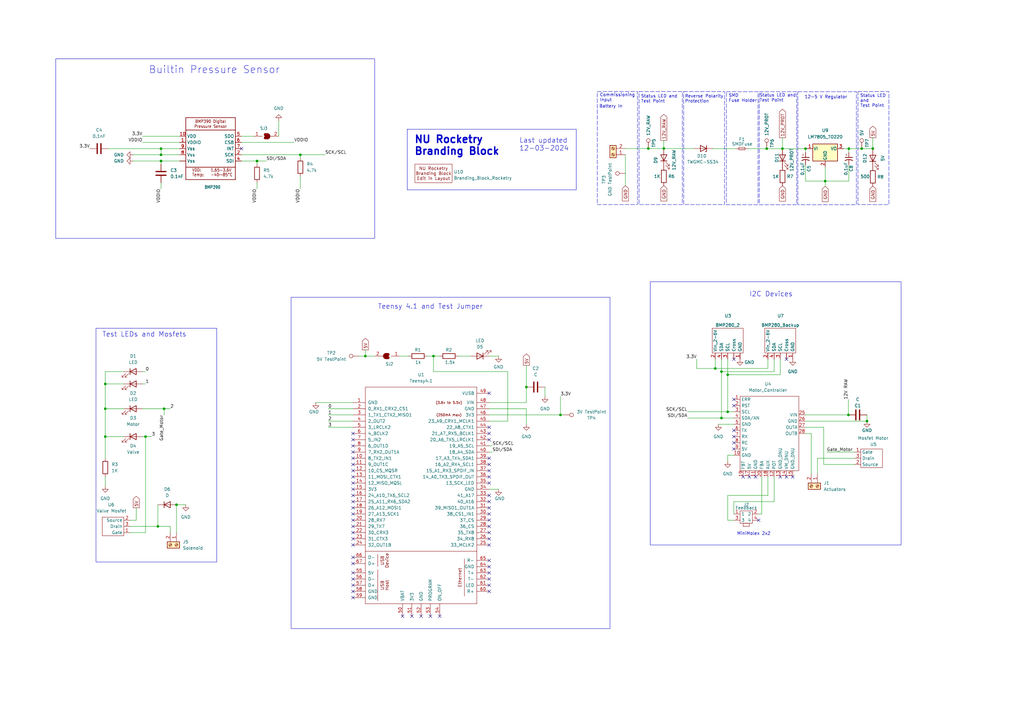
<source format=kicad_sch>
(kicad_sch (version 20230121) (generator eeschema)
  (paper "A3")
  (title_block (title "Spaceport 2024: Payload") (date "2024-03-12") (rev "Rev 1") (company "NuRocketry"))
  (lib_symbols
    (symbol "BSPD-rescue:CP1_Small-Device" (pin_numbers hide) (pin_names (offset 0.254) hide)
      (property "Reference" "C" (at 0.254 1.778 0))
      (property "Value" "CP1_Small-Device" (at 0.254 -2.032 0))
      (symbol "CP1_Small-Device_0_1"
        (polyline (pts (xy -1.524 0.508) (xy 1.524 0.508)) (stroke (width 0.3048)))
        (polyline (pts (xy -1.27 1.524) (xy -0.762 1.524)))
        (polyline (pts (xy -1.016 1.27) (xy -1.016 1.778)))
        (arc (start 1.524 -0.762) (mid 0 -0.3734) (end -1.524 -0.762) (stroke (width 0.3048)))
      )
      (symbol "CP1_Small-Device_1_1"
        (pin passive line (at 0 2.54 270) (length 2.032) (name "~") (number "1"))
        (pin passive line (at 0 -2.54 90) (length 2.032) (name "~") (number "2"))
      )
    )
    (symbol "Connector:Screw_Terminal_01x02" (pin_names (offset 1.016) hide)
      (property "Reference" "J" (at 0 2.54 0))
      (property "Value" "Screw_Terminal_01x02" (at 0 -5.08 0))
      (symbol "Screw_Terminal_01x02_1_1"
        (rectangle (start -1.27 1.27) (end 1.27 -3.81) (stroke (width 0.254)) (fill (type background)))
        (circle (center 0 -2.54) (radius 0.635) (stroke (width 0.1524)))
        (polyline (pts (xy -0.5334 -2.2098) (xy 0.3302 -3.048)) (stroke (width 0.1524)))
        (polyline (pts (xy -0.5334 0.3302) (xy 0.3302 -0.508)) (stroke (width 0.1524)))
        (polyline (pts (xy -0.3556 -2.032) (xy 0.508 -2.8702)) (stroke (width 0.1524)))
        (polyline (pts (xy -0.3556 0.508) (xy 0.508 -0.3302)) (stroke (width 0.1524)))
        (circle (center 0 0) (radius 0.635) (stroke (width 0.1524)))
        (pin passive line (at -5.08 0 0) (length 3.81) (name "Pin_1") (number "1"))
        (pin passive line (at -5.08 -2.54 0) (length 3.81) (name "Pin_2") (number "2"))
      )
    )
    (symbol "Connector:TestPoint" (pin_numbers hide) (pin_names (offset 0.762) hide)
      (property "Reference" "TP" (at 0 6.858 0))
      (property "Value" "TestPoint" (at 0 5.08 0))
      (symbol "TestPoint_0_1"
        (circle (center 0 3.302) (radius 0.762))
      )
      (symbol "TestPoint_1_1"
        (pin passive line (at 0 0 90) (length 2.54) (name "1") (number "1"))
      )
    )
    (symbol "Device:C" (pin_numbers hide) (pin_names (offset 0.254))
      (property "Reference" "C" (at 0.635 2.54 0))
      (property "Value" "C" (at 0.635 -2.54 0))
      (symbol "C_0_1"
        (polyline (pts (xy -2.032 -0.762) (xy 2.032 -0.762)) (stroke (width 0.508)))
        (polyline (pts (xy -2.032 0.762) (xy 2.032 0.762)) (stroke (width 0.508)))
      )
      (symbol "C_1_1"
        (pin passive line (at 0 3.81 270) (length 2.794) (name "~") (number "1"))
        (pin passive line (at 0 -3.81 90) (length 2.794) (name "~") (number "2"))
      )
    )
    (symbol "Device:D" (pin_numbers hide) (pin_names (offset 1.016) hide)
      (property "Reference" "D" (at 0 2.54 0))
      (property "Value" "D" (at 0 -2.54 0))
      (symbol "D_0_1"
        (polyline (pts (xy -1.27 1.27) (xy -1.27 -1.27)) (stroke (width 0.254)))
        (polyline (pts (xy 1.27 0) (xy -1.27 0)))
        (polyline (pts (xy 1.27 1.27) (xy 1.27 -1.27) (xy -1.27 0) (xy 1.27 1.27)) (stroke (width 0.254)))
      )
      (symbol "D_1_1"
        (pin passive line (at -3.81 0 0) (length 2.54) (name "K") (number "1"))
        (pin passive line (at 3.81 0 180) (length 2.54) (name "A") (number "2"))
      )
    )
    (symbol "Device:D_Zener" (pin_numbers hide) (pin_names (offset 1.016) hide)
      (property "Reference" "D" (at 0 2.54 0))
      (property "Value" "D_Zener" (at 0 -2.54 0))
      (symbol "D_Zener_0_1"
        (polyline (pts (xy 1.27 0) (xy -1.27 0)))
        (polyline (pts (xy -1.27 -1.27) (xy -1.27 1.27) (xy -0.762 1.27)) (stroke (width 0.254)))
        (polyline (pts (xy 1.27 -1.27) (xy 1.27 1.27) (xy -1.27 0) (xy 1.27 -1.27)) (stroke (width 0.254)))
      )
      (symbol "D_Zener_1_1"
        (pin passive line (at -3.81 0 0) (length 2.54) (name "K") (number "1"))
        (pin passive line (at 3.81 0 180) (length 2.54) (name "A") (number "2"))
      )
    )
    (symbol "Device:Fuse_Small" (pin_numbers hide) (pin_names (offset 0.254) hide)
      (property "Reference" "F" (at 0 -1.524 0))
      (property "Value" "Fuse_Small" (at 0 1.524 0))
      (symbol "Fuse_Small_0_1"
        (rectangle (start -1.27 0.508) (end 1.27 -0.508))
        (polyline (pts (xy -1.27 0) (xy 1.27 0)))
      )
      (symbol "Fuse_Small_1_1"
        (pin passive line (at -2.54 0 0) (length 1.27) (name "~") (number "1"))
        (pin passive line (at 2.54 0 180) (length 1.27) (name "~") (number "2"))
      )
    )
    (symbol "Device:LED" (pin_numbers hide) (pin_names (offset 1.016) hide)
      (property "Reference" "D" (at 0 2.54 0))
      (property "Value" "LED" (at 0 -2.54 0))
      (symbol "LED_0_1"
        (polyline (pts (xy -1.27 -1.27) (xy -1.27 1.27)) (stroke (width 0.254)))
        (polyline (pts (xy -1.27 0) (xy 1.27 0)))
        (polyline (pts (xy 1.27 -1.27) (xy 1.27 1.27) (xy -1.27 0) (xy 1.27 -1.27)) (stroke (width 0.254)))
        (polyline (pts (xy -3.048 -0.762) (xy -4.572 -2.286) (xy -3.81 -2.286) (xy -4.572 -2.286) (xy -4.572 -1.524)))
        (polyline (pts (xy -1.778 -0.762) (xy -3.302 -2.286) (xy -2.54 -2.286) (xy -3.302 -2.286) (xy -3.302 -1.524)))
      )
      (symbol "LED_1_1"
        (pin passive line (at -3.81 0 0) (length 2.54) (name "K") (number "1"))
        (pin passive line (at 3.81 0 180) (length 2.54) (name "A") (number "2"))
      )
    )
    (symbol "Device:R" (pin_numbers hide) (pin_names (offset 0))
      (property "Reference" "R" (at 2.032 0 90))
      (property "Value" "R" (at 0 0 90))
      (symbol "R_0_1"
        (rectangle (start -1.016 -2.54) (end 1.016 2.54) (stroke (width 0.254)))
      )
      (symbol "R_1_1"
        (pin passive line (at 0 3.81 270) (length 1.27) (name "~") (number "1"))
        (pin passive line (at 0 -3.81 90) (length 1.27) (name "~") (number "2"))
      )
    )
    (symbol "Mosfet_IRF5305PbF_1"
      (property "Reference" "U6" (at 8.89 5.08 90))
      (property "Value" "Mosfet Motor" (at 6.35 6.35 90))
      (symbol "Mosfet_IRF5305PbF_1_0_1"
        (rectangle (start -3.81 10.16) (end 3.81 1.27))
      )
      (symbol "Mosfet_IRF5305PbF_1_1_1"
        (pin input line (at -2.54 -1.27 90) (length 2.54) (name "Gate") (number "1"))
        (pin input line (at 2.54 -1.27 90) (length 2.54) (name "Source") (number "2"))
        (pin input line (at 0 -1.27 90) (length 2.54) (name "Drain") (number "3"))
      )
    )
    (symbol "NU-Teams-KiCAD-Library:Branding_Block_Rocketry"
      (property "Reference" "U" (at -6.35 2.54 0))
      (property "Value" "Branding_Block_Rocketry" (at 0 0 0))
      (symbol "Branding_Block_Rocketry_0_1"
        (rectangle (start -7.62 3.81) (end 7.62 -3.81))
      )
      (symbol "Branding_Block_Rocketry_1_1"
        (text "NU Rocketry\nBranding Block\nEdit in Layout" (at 0 0 0) (effects (font (size 1.27 1.27))))
      )
    )
    (symbol "Regulator_Linear:LM7805_TO220" (pin_names (offset 0.254))
      (property "Reference" "U" (at -3.81 3.175 0))
      (property "Value" "LM7805_TO220" (at 0 3.175 0))
      (symbol "LM7805_TO220_0_1"
        (rectangle (start -5.08 1.905) (end 5.08 -5.08) (stroke (width 0.254)) (fill (type background)))
      )
      (symbol "LM7805_TO220_1_1"
        (pin power_in line (at -7.62 0 0) (length 2.54) (name "VI") (number "1"))
        (pin power_in line (at 0 -7.62 90) (length 2.54) (name "GND") (number "2"))
        (pin power_out line (at 7.62 0 180) (length 2.54) (name "VO") (number "3"))
      )
    )
    (symbol "Rocketry_Payload_Main-eagle-import:microbuilder_SOLDERJUMPER"
      (property "Reference" "SJ" (at -2.54 2.54 0))
      (symbol "microbuilder_SOLDERJUMPER_1_0"
        (arc (start -0.381 -0.635) (mid 0.2514 -0.0001) (end -0.3808 0.635) (stroke (width 1.27)))
        (polyline (pts (xy -2.54 0) (xy -1.651 0)) (stroke (width 0.1524)))
        (polyline (pts (xy 2.54 0) (xy 1.651 0)) (stroke (width 0.1524)))
        (arc (start 0.3808 -0.635) (mid 1.0132 -0.0001) (end 0.381 0.635) (stroke (width 1.27)))
        (pin passive line (at -5.08 0 0) (length 2.54) (name "1") (number "1"))
        (pin passive line (at 5.08 0 180) (length 2.54) (name "2") (number "2"))
      )
    )
    (symbol "Sensors:MiniMolex"
      (property "Reference" "J2" (at 1.27 6.35 0))
      (property "Value" "~" (at 1.27 5.08 0))
      (symbol "MiniMolex_0_1"
        (rectangle (start -1.27 3.81) (end 3.81 -1.27))
        (rectangle (start 0 -1.27) (end 2.54 -2.54))
        (rectangle (start 0 -1.27) (end 2.54 -1.27))
      )
      (symbol "MiniMolex_1_1"
        (pin input line (at -3.81 2.54 0) (length 2.54) (name "1") (number "1"))
        (pin input line (at 6.35 2.54 180) (length 2.54) (name "2") (number "2"))
        (pin input line (at -3.81 0 0) (length 2.54) (name "3") (number "3"))
        (pin input line (at 6.35 0 180) (length 2.54) (name "4") (number "4"))
      )
    )
    (symbol "Sensors:Motor_Controller"
      (property "Reference" "U4" (at 3.81 22.86 0))
      (property "Value" "Motor_Controller" (at 3.81 19.05 0))
      (symbol "Motor_Controller_0_1"
        (rectangle (start -7.62 16.51) (end 16.51 -13.97))
      )
      (symbol "Motor_Controller_1_1"
        (pin input line (at -10.16 15.24 0) (length 2.54) (name "ERR") (number "1"))
        (pin input line (at -10.16 -7.62 0) (length 2.54) (name "GND") (number "10"))
        (pin input line (at -1.27 -16.51 90) (length 2.54) (name "GND") (number "11"))
        (pin input line (at 6.35 -16.51 90) (length 2.54) (name "POT") (number "12"))
        (pin input line (at 8.89 -16.51 90) (length 2.54) (name "GND_DNU") (number "13"))
        (pin input line (at 11.43 -16.51 90) (length 2.54) (name "VM_DNU") (number "14"))
        (pin input line (at 13.97 -16.51 90) (length 2.54) (name "GND_DNU") (number "15"))
        (pin input line (at -3.81 -16.51 90) (length 2.54) (name "5V") (number "17"))
        (pin input line (at 3.81 -16.51 90) (length 2.54) (name "AUX") (number "18"))
        (pin input line (at -6.35 -16.51 90) (length 2.54) (name "FBT") (number "19"))
        (pin input line (at -10.16 12.7 0) (length 2.54) (name "RST") (number "2"))
        (pin input line (at 1.27 -16.51 90) (length 2.54) (name "FBA") (number "20"))
        (pin input line (at 19.05 8.89 180) (length 2.54) (name "VIN") (number "25"))
        (pin input line (at 19.05 6.35 180) (length 2.54) (name "GND") (number "26"))
        (pin input line (at 19.05 3.81 180) (length 2.54) (name "OUTA") (number "27"))
        (pin input line (at 19.05 1.27 180) (length 2.54) (name "OUTB") (number "28"))
        (pin input line (at -10.16 10.16 0) (length 2.54) (name "SCL") (number "3"))
        (pin input line (at -10.16 7.62 0) (length 2.54) (name "SDA/AN") (number "4"))
        (pin input line (at -10.16 5.08 0) (length 2.54) (name "GND") (number "5"))
        (pin input line (at -10.16 2.54 0) (length 2.54) (name "TX") (number "6"))
        (pin input line (at -10.16 0 0) (length 2.54) (name "RX") (number "7"))
        (pin input line (at -10.16 -2.54 0) (length 2.54) (name "RC") (number "8"))
        (pin input line (at -10.16 -5.08 0) (length 2.54) (name "5V") (number "9"))
      )
    )
    (symbol "Sensors:Pimoroni_BMP280"
      (property "Reference" "U3" (at -1.27 17.78 0))
      (property "Value" "BMP280_2" (at 0 13.97 0))
      (symbol "Pimoroni_BMP280_0_1"
        (rectangle (start -6.35 12.7) (end 6.35 2.54))
      )
      (symbol "Pimoroni_BMP280_1_1"
        (pin input line (at 2.54 0 90) (length 2.54) (name "Cross") (number ""))
        (pin input line (at 5.08 0 90) (length 2.54) (name "GND") (number "1"))
        (pin input line (at -5.08 0 90) (length 2.54) (name "Vin_2-6V") (number "2"))
        (pin input line (at 0 0 90) (length 2.54) (name "SCL") (number "3"))
        (pin input line (at -2.54 0 90) (length 2.54) (name "SDA") (number "4"))
      )
    )
    (symbol "microbuilder_BMP388_1"
      (property "Value" "BMP388" (at -10.16 -15.24 0))
      (symbol "microbuilder_BMP388_1_1_0"
        (polyline (pts (xy -10.16 -7.62) (xy -10.16 -12.7)) (stroke (width 0.254)))
        (polyline (pts (xy -10.16 -7.62) (xy -10.16 7.62)) (stroke (width 0.254)))
        (polyline (pts (xy -10.16 7.62) (xy 10.16 7.62)) (stroke (width 0.254)))
        (polyline (pts (xy -10.16 12.7) (xy -10.16 7.62)) (stroke (width 0.254)))
        (polyline (pts (xy -10.16 12.7) (xy 10.16 12.7)) (stroke (width 0.254)))
        (polyline (pts (xy 10.16 -12.7) (xy -10.16 -12.7)) (stroke (width 0.254)))
        (polyline (pts (xy 10.16 -7.62) (xy -10.16 -7.62)) (stroke (width 0.254)))
        (polyline (pts (xy 10.16 -7.62) (xy 10.16 -12.7)) (stroke (width 0.254)))
        (polyline (pts (xy 10.16 7.62) (xy 10.16 -7.62)) (stroke (width 0.254)))
        (polyline (pts (xy 10.16 12.7) (xy 10.16 7.62)) (stroke (width 0.254)))
        (text "-40~~85°C" (at 0 -11.43 0) (effects (font (size 1.27 1.0795)) (justify left bottom)))
        (text "1.65-3.6V" (at 0 -9.525 0) (effects (font (size 1.27 1.0795)) (justify left bottom)))
        (text "BMP390 Digital\nPressure Sensor" (at 0 10.16 0) (effects (font (size 1.27 1.0795))))
        (text "Temp:" (at -7.62 -11.43 0) (effects (font (size 1.27 1.0795)) (justify left bottom)))
        (text "VDD:" (at -7.62 -9.525 0) (effects (font (size 1.27 1.0795)) (justify left bottom)))
        (pin power_in line (at -12.7 2.54 0) (length 2.54) (name "VDDIO") (number "1"))
        (pin power_in line (at -12.7 5.08 0) (length 2.54) (name "VDD") (number "10"))
        (pin input line (at 12.7 -2.54 180) (length 2.54) (name "SCK") (number "2"))
        (pin input line (at -12.7 -5.08 0) (length 2.54) (name "Vss") (number "3"))
        (pin input line (at 12.7 -5.08 180) (length 2.54) (name "SDI") (number "4"))
        (pin output line (at 12.7 5.08 180) (length 2.54) (name "SDO") (number "5"))
        (pin input line (at 12.7 2.54 180) (length 2.54) (name "CSB") (number "6"))
        (pin output line (at 12.7 0 180) (length 2.54) (name "INT") (number "7"))
      )
      (symbol "microbuilder_BMP388_1_1_1"
        (pin input line (at -12.7 -2.54 0) (length 2.54) (name "Vss") (number "8"))
        (pin input line (at -12.7 0 0) (length 2.54) (name "Vss") (number "9"))
      )
    )
    (symbol "power:GND" (power) (pin_names (offset 0))
      (property "Value" "GND" (at 0 -3.81 0))
      (symbol "GND_0_1"
        (polyline (pts (xy 0 0) (xy 0 -1.27) (xy 1.27 -1.27) (xy 0 -2.54) (xy -1.27 -1.27) (xy 0 -1.27)))
      )
      (symbol "GND_1_1"
        (pin power_in line (at 0 0 270) (length 0) hide (name "GND") (number "1"))
      )
    )
    (symbol "teensy:Teensy4.1" (pin_names (offset 1.016))
      (property "Reference" "U" (at 0 64.77 0))
      (property "Value" "Teensy4.1" (at 0 62.23 0))
      (symbol "Teensy4.1_0_0"
        (polyline (pts (xy -22.86 -6.35) (xy 22.86 -6.35)))
        (polyline (pts (xy -17.78 -26.67) (xy -17.78 -13.97)))
        (polyline (pts (xy -17.78 -7.62) (xy -17.78 -12.7)))
        (polyline (pts (xy 17.78 -9.525) (xy 17.78 -24.765)))
        (text "(250mA max)" (at 11.43 49.53 0) (effects (font (size 1.016 1.016))))
        (text "(3.6v to 5.5v)" (at 11.43 54.61 0) (effects (font (size 1.016 1.016))))
        (text "Device" (at -13.97 -10.16 900) (effects (font (size 1.27 1.27))))
        (text "Ethernet" (at 15.875 -17.145 900) (effects (font (size 1.27 1.27))))
        (text "Host" (at -13.97 -20.32 900) (effects (font (size 1.27 1.27))))
        (text "USB" (at -15.875 -20.32 900) (effects (font (size 1.27 1.27))))
        (text "USB" (at -15.875 -10.16 900) (effects (font (size 1.27 1.27))))
        (pin bidirectional line (at -27.94 31.75 0) (length 5.08) (name "8_TX2_IN1") (number "10"))
        (pin bidirectional line (at -27.94 29.21 0) (length 5.08) (name "9_OUT1C") (number "11"))
        (pin bidirectional line (at -27.94 26.67 0) (length 5.08) (name "10_CS_MQSR") (number "12"))
        (pin bidirectional line (at -27.94 24.13 0) (length 5.08) (name "11_MOSI_CTX1") (number "13"))
        (pin bidirectional line (at -27.94 21.59 0) (length 5.08) (name "12_MISO_MQSL") (number "14"))
        (pin power_in line (at -27.94 19.05 0) (length 5.08) (name "3V3") (number "15"))
        (pin bidirectional line (at -27.94 16.51 0) (length 5.08) (name "24_A10_TX6_SCL2") (number "16"))
        (pin bidirectional line (at -27.94 13.97 0) (length 5.08) (name "25_A11_RX6_SDA2") (number "17"))
        (pin bidirectional line (at -27.94 11.43 0) (length 5.08) (name "26_A12_MOSI1") (number "18"))
        (pin bidirectional line (at -27.94 8.89 0) (length 5.08) (name "27_A13_SCK1") (number "19"))
        (pin bidirectional line (at -27.94 6.35 0) (length 5.08) (name "28_RX7") (number "20"))
        (pin bidirectional line (at -27.94 3.81 0) (length 5.08) (name "29_TX7") (number "21"))
        (pin bidirectional line (at -27.94 1.27 0) (length 5.08) (name "30_CRX3") (number "22"))
        (pin bidirectional line (at -27.94 -1.27 0) (length 5.08) (name "31_CTX3") (number "23"))
        (pin bidirectional line (at -27.94 -3.81 0) (length 5.08) (name "32_OUT1B") (number "24"))
        (pin bidirectional line (at 27.94 -3.81 180) (length 5.08) (name "33_MCLK2") (number "25"))
        (pin bidirectional line (at 27.94 -1.27 180) (length 5.08) (name "34_RX8") (number "26"))
        (pin bidirectional line (at 27.94 1.27 180) (length 5.08) (name "35_TX8") (number "27"))
        (pin bidirectional line (at 27.94 3.81 180) (length 5.08) (name "36_CS") (number "28"))
        (pin bidirectional line (at 27.94 6.35 180) (length 5.08) (name "37_CS") (number "29"))
        (pin bidirectional line (at 27.94 8.89 180) (length 5.08) (name "38_CS1_IN1") (number "30"))
        (pin bidirectional line (at 27.94 11.43 180) (length 5.08) (name "39_MISO1_OUT1A") (number "31"))
        (pin bidirectional line (at 27.94 13.97 180) (length 5.08) (name "40_A16") (number "32"))
        (pin bidirectional line (at 27.94 16.51 180) (length 5.08) (name "41_A17") (number "33"))
        (pin bidirectional line (at 27.94 21.59 180) (length 5.08) (name "13_SCK_LED") (number "35"))
        (pin bidirectional line (at 27.94 24.13 180) (length 5.08) (name "14_A0_TX3_SPDIF_OUT") (number "36"))
        (pin bidirectional line (at 27.94 26.67 180) (length 5.08) (name "15_A1_RX3_SPDIF_IN") (number "37"))
        (pin bidirectional line (at 27.94 29.21 180) (length 5.08) (name "16_A2_RX4_SCL1") (number "38"))
        (pin bidirectional line (at 27.94 31.75 180) (length 5.08) (name "17_A3_TX4_SDA1") (number "39"))
        (pin bidirectional line (at 27.94 34.29 180) (length 5.08) (name "18_A4_SDA") (number "40"))
        (pin bidirectional line (at 27.94 36.83 180) (length 5.08) (name "19_A5_SCL") (number "41"))
        (pin bidirectional line (at 27.94 39.37 180) (length 5.08) (name "20_A6_TX5_LRCLK1") (number "42"))
        (pin bidirectional line (at 27.94 41.91 180) (length 5.08) (name "21_A7_RX5_BCLK1") (number "43"))
        (pin bidirectional line (at 27.94 44.45 180) (length 5.08) (name "22_A8_CTX1") (number "44"))
        (pin bidirectional line (at 27.94 46.99 180) (length 5.08) (name "23_A9_CRX1_MCLK1") (number "45"))
        (pin output line (at 27.94 49.53 180) (length 5.08) (name "3V3") (number "46"))
        (pin output line (at 27.94 52.07 180) (length 5.08) (name "GND") (number "47"))
        (pin power_in line (at 27.94 54.61 180) (length 5.08) (name "VIN") (number "48"))
        (pin power_out line (at 27.94 58.42 180) (length 5.08) (name "VUSB") (number "49"))
        (pin bidirectional line (at -27.94 44.45 0) (length 5.08) (name "3_LRCLK2") (number "5"))
        (pin power_in line (at -7.62 -33.02 90) (length 5.08) (name "VBAT") (number "50"))
        (pin power_in line (at -3.81 -33.02 90) (length 5.08) (name "3V3") (number "51"))
        (pin input line (at 0 -33.02 90) (length 5.08) (name "GND") (number "52"))
        (pin input line (at 3.81 -33.02 90) (length 5.08) (name "PROGRAM") (number "53"))
        (pin input line (at 7.62 -33.02 90) (length 5.08) (name "ON_OFF") (number "54"))
        (pin power_out line (at -27.94 -15.24 0) (length 5.08) (name "5V") (number "55"))
        (pin bidirectional line (at -27.94 -17.78 0) (length 5.08) (name "D-") (number "56"))
        (pin bidirectional line (at -27.94 -20.32 0) (length 5.08) (name "D+") (number "57"))
        (pin power_in line (at -27.94 -22.86 0) (length 5.08) (name "GND") (number "58"))
        (pin power_in line (at -27.94 -25.4 0) (length 5.08) (name "GND") (number "59"))
        (pin bidirectional line (at -27.94 41.91 0) (length 5.08) (name "4_BCLK2") (number "6"))
        (pin bidirectional line (at 27.94 -22.86 180) (length 5.08) (name "R+") (number "60"))
        (pin bidirectional line (at 27.94 -20.32 180) (length 5.08) (name "LED") (number "61"))
        (pin bidirectional line (at 27.94 -17.78 180) (length 5.08) (name "T-") (number "62"))
        (pin bidirectional line (at 27.94 -15.24 180) (length 5.08) (name "T+") (number "63"))
        (pin power_in line (at 27.94 -12.7 180) (length 5.08) (name "GND") (number "64"))
        (pin bidirectional line (at 27.94 -10.16 180) (length 5.08) (name "R-") (number "65"))
        (pin bidirectional line (at -27.94 -8.89 0) (length 5.08) (name "D-") (number "66"))
        (pin bidirectional line (at -27.94 -11.43 0) (length 5.08) (name "D+") (number "67"))
        (pin bidirectional line (at -27.94 39.37 0) (length 5.08) (name "5_IN2") (number "7"))
        (pin bidirectional line (at -27.94 36.83 0) (length 5.08) (name "6_OUT1D") (number "8"))
        (pin bidirectional line (at -27.94 34.29 0) (length 5.08) (name "7_RX2_OUT1A") (number "9"))
      )
      (symbol "Teensy4.1_0_1"
        (rectangle (start -22.86 60.96) (end 22.86 -27.94))
        (rectangle (start -20.32 -1.27) (end -20.32 -1.27))
      )
      (symbol "Teensy4.1_1_1"
        (pin power_in line (at -27.94 54.61 0) (length 5.08) (name "GND") (number "1"))
        (pin bidirectional line (at -27.94 52.07 0) (length 5.08) (name "0_RX1_CRX2_CS1") (number "2"))
        (pin bidirectional line (at -27.94 49.53 0) (length 5.08) (name "1_TX1_CTX2_MISO1") (number "3"))
        (pin power_in line (at 27.94 19.05 180) (length 5.08) (name "GND") (number "34"))
        (pin bidirectional line (at -27.94 46.99 0) (length 5.08) (name "2_OUT2") (number "4"))
      )
    )
  )
  (junction (at 347.98 170.18))
  (junction (at 123.19 63.5))
  (junction (at 66.04 63.5))
  (junction (at 348.1578 60.96))
  (junction (at 105.41 66.04))
  (junction (at 215.9 158.75))
  (junction (at 43.18 179.07))
  (junction (at 330.3778 60.96))
  (junction (at 229.87 170.18))
  (junction (at 66.04 66.04))
  (junction (at 66.04 60.96))
  (junction (at 357.9876 60.9346))
  (junction (at 149.86 146.05))
  (junction (at 355.6 172.72))
  (junction (at 298.45 168.91))
  (junction (at 67.31 167.64))
  (junction (at 298.45 153.67))
  (junction (at 72.39 207.01))
  (junction (at 338.455 74.2696))
  (junction (at 43.18 157.48))
  (junction (at 43.18 167.64))
  (junction (at 64.77 215.9))
  (junction (at 295.91 152.4))
  (junction (at 272.2626 60.9092))
  (junction (at 293.37 151.13))
  (junction (at 59.69 179.07))
  (junction (at 320.929 60.96))
  (junction (at 295.91 171.45))
  (junction (at 177.8 146.05))
  (junction (at 265.9126 60.9092))
  (junction (at 314.452 60.96))
  (junction (at 353.441 60.9346))
  (no_connect (at 144.78 185.42))
  (no_connect (at 322.58 147.32))
  (no_connect (at 144.78 210.82))
  (no_connect (at 144.78 180.34))
  (no_connect (at 180.34 252.73))
  (no_connect (at 200.66 220.98))
  (no_connect (at 144.78 234.95))
  (no_connect (at 144.78 245.11))
  (no_connect (at 200.66 175.26))
  (no_connect (at 300.99 163.83))
  (no_connect (at 311.15 213.36))
  (no_connect (at 144.78 190.5))
  (no_connect (at 300.99 147.32))
  (no_connect (at 307.34 195.58))
  (no_connect (at 144.78 215.9))
  (no_connect (at 200.66 223.52))
  (no_connect (at 304.8 195.58))
  (no_connect (at 144.78 231.14))
  (no_connect (at 322.58 195.58))
  (no_connect (at 144.78 208.28))
  (no_connect (at 144.78 218.44))
  (no_connect (at 320.04 195.58))
  (no_connect (at 200.66 193.04))
  (no_connect (at 144.78 223.52))
  (no_connect (at 168.91 252.73))
  (no_connect (at 325.12 195.58))
  (no_connect (at 144.78 237.49))
  (no_connect (at 200.66 229.87))
  (no_connect (at 165.1 252.73))
  (no_connect (at 144.78 242.57))
  (no_connect (at 300.99 176.53))
  (no_connect (at 200.66 180.34))
  (no_connect (at 200.66 161.29))
  (no_connect (at 200.66 237.49))
  (no_connect (at 144.78 203.2))
  (no_connect (at 200.66 213.36))
  (no_connect (at 99.06 60.96))
  (no_connect (at 200.66 190.5))
  (no_connect (at 144.78 220.98))
  (no_connect (at 200.66 232.41))
  (no_connect (at 176.53 252.73))
  (no_connect (at 200.66 210.82))
  (no_connect (at 300.99 184.15))
  (no_connect (at 200.66 205.74))
  (no_connect (at 144.78 187.96))
  (no_connect (at 309.88 195.58))
  (no_connect (at 200.66 215.9))
  (no_connect (at 172.72 252.73))
  (no_connect (at 144.78 213.36))
  (no_connect (at 200.66 198.12))
  (no_connect (at 200.66 177.8))
  (no_connect (at 144.78 177.8))
  (no_connect (at 144.78 240.03))
  (no_connect (at 200.66 218.44))
  (no_connect (at 200.66 234.95))
  (no_connect (at 300.99 166.37))
  (no_connect (at 200.66 195.58))
  (no_connect (at 144.78 205.74))
  (no_connect (at 144.78 228.6))
  (no_connect (at 200.66 187.96))
  (no_connect (at 144.78 200.66))
  (no_connect (at 144.78 182.88))
  (no_connect (at 200.66 242.57))
  (no_connect (at 300.99 179.07))
  (no_connect (at 144.78 198.12))
  (no_connect (at 200.66 203.2))
  (no_connect (at 200.66 208.28))
  (no_connect (at 144.78 195.58))
  (no_connect (at 144.78 193.04))
  (no_connect (at 200.66 240.03))
  (no_connect (at 300.99 181.61))
  (wire (pts (xy 43.18 167.64) (xy 43.18 179.07)))
  (wire (pts (xy 256.5146 60.9092) (xy 265.9126 60.9092)))
  (wire (pts (xy 357.9876 60.9346) (xy 357.9876 61.1124)))
  (wire (pts (xy 99.06 66.04) (xy 105.41 66.04)))
  (wire (pts (xy 200.66 170.18) (xy 229.87 170.18)))
  (wire (pts (xy 53.34 213.36) (xy 55.88 213.36)))
  (wire (pts (xy 298.45 147.32) (xy 298.45 153.67)))
  (wire (pts (xy 43.18 157.48) (xy 43.18 167.64)))
  (wire (pts (xy 76.2 207.01) (xy 72.39 207.01)))
  (wire (pts (xy 55.88 213.36) (xy 55.88 208.28)))
  (wire (pts (xy 175.26 146.05) (xy 177.8 146.05)))
  (wire (pts (xy 67.31 167.64) (xy 58.42 167.64)))
  (wire (pts (xy 355.6 170.18) (xy 355.6 172.72)))
  (wire (pts (xy 43.18 157.48) (xy 43.18 152.4)))
  (wire (pts (xy 66.04 77.47) (xy 66.04 74.93)))
  (wire (pts (xy 265.9126 60.9092) (xy 272.2626 60.9092)))
  (wire (pts (xy 44.45 60.96) (xy 66.04 60.96)))
  (wire (pts (xy 317.5 205.74) (xy 300.99 205.74)))
  (wire (pts (xy 64.77 207.01) (xy 64.77 215.9)))
  (wire (pts (xy 317.5 152.4) (xy 317.5 147.32)))
  (wire (pts (xy 177.8 152.4) (xy 208.28 152.4)))
  (wire (pts (xy 294.64 173.99) (xy 300.99 173.99)))
  (wire (pts (xy 134.62 175.26) (xy 144.78 175.26)))
  (wire (pts (xy 177.8 152.4) (xy 177.8 146.05)))
  (wire (pts (xy 293.37 151.13) (xy 314.96 151.13)))
  (wire (pts (xy 215.9 149.86) (xy 215.9 158.75)))
  (wire (pts (xy 215.9 167.64) (xy 200.66 167.64)))
  (wire (pts (xy 59.69 179.07) (xy 59.69 218.44)))
  (wire (pts (xy 298.45 153.67) (xy 298.45 168.91)))
  (wire (pts (xy 123.19 77.47) (xy 123.19 72.39)))
  (wire (pts (xy 59.69 157.48) (xy 58.42 157.48)))
  (wire (pts (xy 339.09 185.42) (xy 350.52 185.42)))
  (wire (pts (xy 347.98 170.18) (xy 330.2 170.18)))
  (wire (pts (xy 295.91 152.4) (xy 317.5 152.4)))
  (wire (pts (xy 208.28 172.72) (xy 208.28 152.4)))
  (wire (pts (xy 347.98 163.83) (xy 347.98 170.18)))
  (wire (pts (xy 256.5146 63.4492) (xy 256.5146 76.1492)))
  (wire (pts (xy 163.83 146.05) (xy 167.64 146.05)))
  (wire (pts (xy 200.66 146.05) (xy 204.47 146.05)))
  (wire (pts (xy 300.99 205.74) (xy 300.99 210.82)))
  (wire (pts (xy 105.41 66.04) (xy 109.22 66.04)))
  (wire (pts (xy 330.3778 73.3044) (xy 330.3778 67.6148)))
  (wire (pts (xy 69.85 218.44) (xy 69.85 215.9)))
  (wire (pts (xy 134.62 172.72) (xy 144.78 172.72)))
  (wire (pts (xy 301.752 60.96) (xy 292.3286 60.96)))
  (wire (pts (xy 43.18 152.4) (xy 50.8 152.4)))
  (wire (pts (xy 66.04 66.04) (xy 66.04 67.31)))
  (wire (pts (xy 43.18 195.58) (xy 43.18 199.39)))
  (wire (pts (xy 134.62 167.64) (xy 144.78 167.64)))
  (wire (pts (xy 54.61 66.04) (xy 66.04 66.04)))
  (wire (pts (xy 295.91 147.32) (xy 295.91 152.4)))
  (wire (pts (xy 348.1578 67.6148) (xy 348.1578 74.2696)))
  (wire (pts (xy 67.31 170.18) (xy 67.31 167.64)))
  (wire (pts (xy 314.96 195.58) (xy 314.96 203.2)))
  (wire (pts (xy 105.41 77.47) (xy 105.41 74.93)))
  (wire (pts (xy 330.3778 60.96) (xy 330.3778 62.5348)))
  (wire (pts (xy 105.41 66.04) (xy 105.41 67.31)))
  (wire (pts (xy 311.15 210.82) (xy 312.42 210.82)))
  (wire (pts (xy 295.91 171.45) (xy 281.94 171.45)))
  (wire (pts (xy 215.9 165.1) (xy 200.66 165.1)))
  (wire (pts (xy 337.82 175.26) (xy 337.82 190.5)))
  (wire (pts (xy 177.8 146.05) (xy 180.34 146.05)))
  (wire (pts (xy 314.96 151.13) (xy 314.96 147.32)))
  (wire (pts (xy 295.91 171.45) (xy 300.99 171.45)))
  (wire (pts (xy 314.96 203.2) (xy 298.45 203.2)))
  (wire (pts (xy 134.62 170.18) (xy 144.78 170.18)))
  (wire (pts (xy 298.45 203.2) (xy 298.45 213.36)))
  (wire (pts (xy 285.75 151.13) (xy 293.37 151.13)))
  (wire (pts (xy 295.91 152.4) (xy 295.91 171.45)))
  (wire (pts (xy 58.42 55.88) (xy 73.66 55.88)))
  (wire (pts (xy 320.929 60.96) (xy 330.3778 60.96)))
  (wire (pts (xy 298.45 168.91) (xy 281.94 168.91)))
  (wire (pts (xy 223.52 162.56) (xy 223.52 158.75)))
  (wire (pts (xy 99.06 55.88) (xy 104.14 55.88)))
  (wire (pts (xy 147.32 146.05) (xy 149.86 146.05)))
  (wire (pts (xy 338.455 74.2696) (xy 348.1578 74.2696)))
  (wire (pts (xy 123.19 63.5) (xy 133.35 63.5)))
  (wire (pts (xy 43.18 157.48) (xy 50.8 157.48)))
  (wire (pts (xy 215.9 173.99) (xy 215.9 167.64)))
  (wire (pts (xy 59.69 152.4) (xy 58.42 152.4)))
  (wire (pts (xy 330.2 177.8) (xy 332.74 177.8)))
  (wire (pts (xy 66.04 63.5) (xy 73.66 63.5)))
  (wire (pts (xy 357.9876 56.4642) (xy 357.9876 60.9346)))
  (wire (pts (xy 187.96 146.05) (xy 193.04 146.05)))
  (wire (pts (xy 59.69 179.07) (xy 58.42 179.07)))
  (wire (pts (xy 54.61 63.5) (xy 66.04 63.5)))
  (wire (pts (xy 149.86 143.51) (xy 149.86 146.05)))
  (wire (pts (xy 64.77 215.9) (xy 53.34 215.9)))
  (wire (pts (xy 272.2626 57.6072) (xy 272.2626 60.9092)))
  (wire (pts (xy 338.455 68.58) (xy 338.455 74.2696)))
  (wire (pts (xy 338.455 74.2696) (xy 338.455 76.4032)))
  (wire (pts (xy 114.3 49.53) (xy 114.3 55.88)))
  (wire (pts (xy 62.23 179.07) (xy 59.69 179.07)))
  (wire (pts (xy 72.39 207.01) (xy 72.39 218.44)))
  (wire (pts (xy 320.04 153.67) (xy 320.04 147.32)))
  (wire (pts (xy 332.74 177.8) (xy 332.74 194.31)))
  (wire (pts (xy 353.441 60.9346) (xy 357.9876 60.9346)))
  (wire (pts (xy 292.3286 60.96) (xy 292.3286 60.9092)))
  (wire (pts (xy 43.18 179.07) (xy 50.8 179.07)))
  (wire (pts (xy 69.85 215.9) (xy 64.77 215.9)))
  (wire (pts (xy 346.075 60.96) (xy 348.1578 60.96)))
  (wire (pts (xy 353.441 60.96) (xy 353.441 60.9346)))
  (wire (pts (xy 201.93 185.42) (xy 200.66 185.42)))
  (wire (pts (xy 99.06 58.42) (xy 120.65 58.42)))
  (wire (pts (xy 312.42 210.82) (xy 312.42 195.58)))
  (wire (pts (xy 330.4032 74.2696) (xy 338.455 74.2696)))
  (wire (pts (xy 285.75 147.32) (xy 285.75 151.13)))
  (wire (pts (xy 58.42 58.42) (xy 73.66 58.42)))
  (wire (pts (xy 123.19 64.77) (xy 123.19 63.5)))
  (wire (pts (xy 99.06 63.5) (xy 123.19 63.5)))
  (wire (pts (xy 231.14 170.18) (xy 229.87 170.18)))
  (wire (pts (xy 330.4032 73.3044) (xy 330.4032 74.2696)))
  (wire (pts (xy 200.66 172.72) (xy 208.28 172.72)))
  (wire (pts (xy 293.37 147.32) (xy 293.37 151.13)))
  (wire (pts (xy 66.04 60.96) (xy 73.66 60.96)))
  (wire (pts (xy 229.87 162.56) (xy 229.87 170.18)))
  (wire (pts (xy 59.69 218.44) (xy 53.34 218.44)))
  (wire (pts (xy 149.86 146.05) (xy 153.67 146.05)))
  (wire (pts (xy 330.3778 60.96) (xy 330.835 60.96)))
  (wire (pts (xy 298.45 186.69) (xy 300.99 186.69)))
  (wire (pts (xy 215.9 158.75) (xy 215.9 165.1)))
  (wire (pts (xy 330.4032 73.3044) (xy 330.3778 73.3044)))
  (wire (pts (xy 129.54 165.1) (xy 144.78 165.1)))
  (wire (pts (xy 66.04 66.04) (xy 73.66 66.04)))
  (wire (pts (xy 43.18 187.96) (xy 43.18 179.07)))
  (wire (pts (xy 67.31 167.64) (xy 69.85 167.64)))
  (wire (pts (xy 200.66 200.66) (xy 204.47 200.66)))
  (wire (pts (xy 320.929 56.515) (xy 320.929 60.96)))
  (wire (pts (xy 314.452 60.96) (xy 320.929 60.96)))
  (wire (pts (xy 335.28 187.96) (xy 350.52 187.96)))
  (wire (pts (xy 348.1578 60.96) (xy 353.441 60.96)))
  (wire (pts (xy 298.45 153.67) (xy 320.04 153.67)))
  (wire (pts (xy 348.1578 62.5348) (xy 348.1578 60.96)))
  (wire (pts (xy 335.28 187.96) (xy 335.28 194.31)))
  (wire (pts (xy 306.832 60.96) (xy 314.452 60.96)))
  (wire (pts (xy 330.2 175.26) (xy 337.82 175.26)))
  (wire (pts (xy 66.04 63.5) (xy 66.04 60.96)))
  (wire (pts (xy 330.2 172.72) (xy 355.6 172.72)))
  (wire (pts (xy 298.45 213.36) (xy 300.99 213.36)))
  (wire (pts (xy 298.45 168.91) (xy 300.99 168.91)))
  (wire (pts (xy 298.45 189.23) (xy 298.45 186.69)))
  (wire (pts (xy 50.8 167.64) (xy 43.18 167.64)))
  (wire (pts (xy 272.2626 60.9092) (xy 284.7086 60.9092)))
  (wire (pts (xy 353.441 60.9346) (xy 353.441 60.9092)))
  (wire (pts (xy 317.5 195.58) (xy 317.5 205.74)))
  (wire (pts (xy 201.93 182.88) (xy 200.66 182.88)))
  (wire (pts (xy 337.82 190.5) (xy 350.52 190.5)))
  (rectangle (start 119.38 121.92) (end 250.19 257.81))
  (rectangle (start 327.2536 37.592) (end 351.2566 83.947) (stroke (width 0) (type dash)))
  (rectangle (start 262.1026 37.5412) (end 279.8826 83.8962) (stroke (width 0) (type dash)))
  (rectangle (start 266.7 115.57) (end 369.57 223.52))
  (rectangle (start 280.3906 37.5412) (end 297.1546 83.8962) (stroke (width 0) (type dash)))
  (rectangle (start 351.8916 37.5412) (end 364.5916 83.8962) (stroke (width 0) (type dash)))
  (rectangle (start 311.404 37.592) (end 326.7456 83.947) (stroke (width 0) (type dash)))
  (rectangle (start 22.86 24.13) (end 153.67 97.79))
  (rectangle (start 167.005 52.9844) (end 236.347 77.8764))
  (rectangle (start 297.942 37.592) (end 310.896 83.947) (stroke (width 0) (type dash)))
  (rectangle (start 39.37 134.62) (end 88.9 230.505))
  (rectangle (start 244.9576 37.5412) (end 261.4676 83.8962) (stroke (width 0) (type dash)))
  (text "Reverse Polarity \nProtection" (at 280.8986 42.3672 0) (effects (font (size 1.27 1.27)) (justify left bottom)))
  (text "Status LED and\nTest Point" (at 262.8646 42.3672 0) (effects (font (size 1.27 1.27)) (justify left bottom)))
  (text "Last updated\n12-03-2024" (at 212.979 62.1284 0) (effects (font (size 2 2)) (justify left bottom)))
  (text "Commissioning\nInput" (at 245.9736 41.8592 0) (effects (font (size 1.27 1.27)) (justify left bottom)))
  (text "MiniMolex 2x2\n" (at 302.26 219.71 0) (effects (font (size 1.27 1.27)) (justify left bottom)))
  (text "12-5 V Regulator" (at 329.9714 40.64 0) (effects (font (size 1.27 1.27)) (justify left bottom)))
  (text "Builtin Pressure Sensor\n" (at 60.96 30.48 0) (effects (font (size 3 3)) (justify left bottom)))
  (text "SMD\nFuse Holder" (at 298.8056 42.0878 0) (effects (font (size 1.27 1.27)) (justify left bottom)))
  (text "NU Rocketry\nBranding Block" (at 169.799 63.9064 0) (effects (font (size 3 3) (thickness 0.6) bold) (justify left bottom)))
  (text "I2C Devices\n" (at 307.34 121.92 0) (effects (font (size 2 2)) (justify left bottom)))
  (text "Battery In" (at 245.745 44.45 0) (effects (font (size 1.27 1.27)) (justify left bottom)))
  (text "Status LED\nand\nTest Point" (at 352.7552 44.1706 0) (effects (font (size 1.27 1.27)) (justify left bottom)))
  (text "Test LEDs and Mosfets\n" (at 41.91 138.43 0) (effects (font (size 2 2)) (justify left bottom)))
  (text "Status LED and\nTest Point" (at 311.5056 41.9862 0) (effects (font (size 1.27 1.27)) (justify left bottom)))
  (text "Teensy 4.1 and Test Jumper" (at 154.94 127 0) (effects (font (size 2 2)) (justify left bottom)))
  (label "SDI{slash}SDA" (at 109.22 66.04 0))
  (label "3.3V" (at 58.42 55.88 180))
  (label "2" (at 134.62 172.72 0))
  (label "SDI{slash}SDA" (at 201.93 185.42 0))
  (label "SCK{slash}SCL" (at 281.94 168.91 180))
  (label "SDI{slash}SDA" (at 281.94 171.45 180))
  (label "3" (at 134.62 175.26 0))
  (label "VDDIO" (at 105.41 77.47 270))
  (label "3.3V" (at 36.83 60.96 180))
  (label "3.3V" (at 229.87 162.56 0))
  (label "1" (at 134.62 170.18 0))
  (label "0" (at 59.69 152.4 0))
  (label "VDDIO" (at 120.65 58.42 0))
  (label "Gate_Motor" (at 339.09 185.42 0))
  (label "VDDIO" (at 123.19 77.47 270))
  (label "2" (at 69.85 167.64 0))
  (label "VDDIO" (at 66.04 77.47 270))
  (label "0" (at 134.62 167.64 0))
  (label "SCK{slash}SCL" (at 201.93 182.88 0))
  (label "3.3V" (at 285.75 147.32 180))
  (label "3" (at 62.23 179.07 0))
  (label "VDDIO" (at 58.42 58.42 180))
  (label "12V RAW" (at 347.98 163.83 90))
  (label "1" (at 59.69 157.48 0))
  (label "Gate_Motor" (at 67.31 170.18 270))
  (label "SCK{slash}SCL" (at 133.35 63.5 0))
  (global_label "5V" (shape output) (at 55.88 208.28 90) (property "Intersheetrefs" "${INTERSHEET_REFS}" (effects hide)))
  (global_label "GND" (shape input) (at 357.9876 76.3524 270) (property "Intersheetrefs" "${INTERSHEET_REFS}" (effects hide)))
  (global_label "5V" (shape output) (at 357.9876 56.4642 90) (property "Intersheetrefs" "${INTERSHEET_REFS}" (effects hide)))
  (global_label "5V" (shape output) (at 149.86 143.51 90) (property "Intersheetrefs" "${INTERSHEET_REFS}" (effects hide)))
  (global_label "GND" (shape input) (at 272.2626 76.1492 270) (property "Intersheetrefs" "${INTERSHEET_REFS}" (effects hide)))
  (global_label "12V_PROT" (shape output) (at 320.929 56.515 90) (property "Intersheetrefs" "${INTERSHEET_REFS}" (effects hide)))
  (global_label "5V" (shape output) (at 215.9 149.86 90) (property "Intersheetrefs" "${INTERSHEET_REFS}" (effects hide)))
  (global_label "GND" (shape input) (at 256.5146 76.1492 270) (property "Intersheetrefs" "${INTERSHEET_REFS}" (effects hide)))
  (global_label "GND" (shape input) (at 320.929 76.2 270) (property "Intersheetrefs" "${INTERSHEET_REFS}" (effects hide)))
  (global_label "GND" (shape input) (at 338.455 76.4032 270) (property "Intersheetrefs" "${INTERSHEET_REFS}" (effects hide)))
  (global_label "12V_RAW" (shape output) (at 272.2626 57.6072 90) (property "Intersheetrefs" "${INTERSHEET_REFS}" (effects hide)))
  (symbol (lib_id "Device:R") (at 272.2626 72.3392 0) (unit 1)
    (property "Reference" "R6" (at 274.0406 72.3392 0) (effects (justify left)))
    (property "Value" "1K" (at 268.1986 72.3392 0) (effects (justify left)))
    (property "Footprint" "Resistor_SMD:R_1206_3216Metric" (effects hide))
  )
  (symbol (lib_id "Regulator_Linear:LM7805_TO220") (at 338.455 60.96 0) (unit 1)
    (property "Reference" "U9" (at 338.455 53.467 0))
    (property "Value" "LM7805_TO220" (at 338.455 56.134 0))
    (property "Footprint" "Package_TO_SOT_THT:TO-220-3_Vertical" (effects hide))
    (property "Datasheet" "https://www.onsemi.cn/PowerSolutions/document/MC7800-D.PDF" (effects hide))
  )
  (symbol (lib_id "Device:C") (at 66.04 71.12 0) (unit 1)
    (property "Reference" "C3" (at 69.85 69.85 0) (effects (justify left)))
    (property "Value" "0.1nF" (at 69.85 72.39 0) (effects (justify left)))
    (property "Footprint" "Capacitor_SMD:C_1206_3216Metric_Pad1.33x1.80mm_HandSolder" (effects hide))
  )
  (symbol (lib_id "Connector:TestPoint") (at 147.32 146.05 90) (unit 1)
    (property "Reference" "TP2" (at 135.89 144.78 90))
    (property "Value" "5V TestPoint" (at 135.89 147.32 90))
    (property "Footprint" "TestPoint:TestPoint_Pad_1.0x1.0mm" (effects hide))
  )
  (symbol (lib_id "Device:R") (at 123.19 68.58 0) (unit 1)
    (property "Reference" "R4" (at 125.73 67.31 0) (effects (justify left)))
    (property "Value" "4.7k" (at 125.73 69.85 0) (effects (justify left)))
    (property "Footprint" "Resistor_SMD:R_1206_3216Metric_Pad1.30x1.75mm_HandSolder" (effects hide))
  )
  (symbol (lib_id "Connector:TestPoint") (at 265.9126 60.9092 0) (unit 1)
    (property "Reference" "TP5" (at 268.1478 60.5028 90) (effects (justify left)))
    (property "Value" "12V_RAW" (at 265.9126 55.7276 90) (effects (justify left)))
    (property "Footprint" "TestPoint:TestPoint_Loop_D1.80mm_Drill1.0mm_Beaded" (effects hide))
  )
  (symbol (lib_id "Device:R") (at 43.18 191.77 0) (unit 1)
    (property "Reference" "R3" (at 45.72 190.5 0) (effects (justify left)))
    (property "Value" "1K" (at 45.72 193.04 0) (effects (justify left)))
    (property "Footprint" "Resistor_SMD:R_1206_3216Metric_Pad1.30x1.75mm_HandSolder" (effects hide))
  )
  (symbol (lib_id "power:GND") (at 76.2 207.01 0) (unit 1)
    (property "Reference" "#PWR017" (effects hide))
    (property "Value" "GND" (at 76.2 212.09 0))
  )
  (symbol (lib_id "power:GND") (at 355.6 172.72 0) (unit 1)
    (property "Reference" "#PWR011" (effects hide))
    (property "Value" "GND" (at 355.6 176.53 0))
  )
  (symbol (lib_id "power:GND") (at 294.64 173.99 0) (unit 1)
    (property "Reference" "#PWR010" (effects hide))
    (property "Value" "GND" (at 294.64 179.07 0))
  )
  (symbol (lib_id "power:GND") (at 204.47 200.66 0) (unit 1)
    (property "Reference" "#PWR015" (effects hide))
    (property "Value" "GND" (at 207.01 204.47 0) (effects (justify right)))
  )
  (symbol (lib_id "Device:R") (at 357.9876 72.5424 0) (unit 1)
    (property "Reference" "R8" (at 359.7656 72.5424 0) (effects (justify left)))
    (property "Value" "500" (at 352.9076 72.4154 0) (effects (justify left)))
    (property "Footprint" "Resistor_SMD:R_1206_3216Metric" (effects hide))
  )
  (symbol (lib_id "Device:C") (at 351.79 170.18 90) (unit 1)
    (property "Reference" "C1" (at 351.79 166.37 90))
    (property "Value" "C" (at 351.79 163.83 90))
    (property "Footprint" "Capacitor_SMD:C_1206_3216Metric_Pad1.33x1.80mm_HandSolder" (effects hide))
  )
  (symbol (lib_id "Sensors:MiniMolex") (at 304.8 213.36 0) (unit 1)
    (property "Reference" "J2" (at 306.07 207.01 0))
    (property "Value" "Feedback" (at 306.07 208.28 0))
    (property "Footprint" "Connector_Molex:Molex_Mini-Fit_Jr_5566-04A_2x02_P4.20mm_Vertical" (effects hide))
  )
  (symbol (lib_name "Mosfet_IRF5305PbF_1") (lib_id "Sensors:Mosfet_IRF5305PbF") (at 52.07 215.9 90) (unit 1)
    (property "Reference" "U6" (at 46.99 207.01 90) (effects (justify left)))
    (property "Value" "Valve Mosfet" (at 45.72 209.55 90))
    (property "Footprint" "Package_TO_SOT_THT:TO-220-3_Vertical" (effects hide))
    (property "Datasheet" "https://www.digikey.com.au/en/products/detail/infineon-technologies/IRF530NPBF/811762" (effects hide))
  )
  (symbol (lib_id "power:GND") (at 54.61 66.04 270) (unit 1)
    (property "Reference" "#PWR026" (effects hide))
    (property "Value" "GND" (at 50.8 66.04 90) (effects (justify right)))
  )
  (symbol (lib_id "Sensors:Pimoroni_BMP280") (at 298.45 147.32 0) (unit 1)
    (property "Reference" "U3" (at 297.18 129.54 0) (effects (justify left)))
    (property "Value" "BMP280_2" (at 298.45 133.35 0))
    (property "Footprint" "Connector_Molex:Molex_Mini-Fit_Jr_5566-04A_2x02_P4.20mm_Vertical" (effects hide))
    (property "Datasheet" "https://core-electronics.com.au/pimoroni-bmp280-breakout-temperature-pressure-altitude-sensor.html" (effects hide))
  )
  (symbol (lib_id "power:GND") (at 215.9 173.99 0) (unit 1)
    (property "Reference" "#PWR07" (effects hide))
    (property "Value" "GND" (at 215.9 179.07 0))
  )
  (symbol (lib_id "Device:LED") (at 357.9876 64.9224 90) (unit 1)
    (property "Reference" "D12" (at 354.7364 64.9224 0))
    (property "Value" "5V" (at 362.0516 64.9224 0))
    (property "Footprint" "LED_SMD:LED_1206_3216Metric" (effects hide))
  )
  (symbol (lib_id "Sensors:Motor_Controller") (at 311.15 179.07 0) (unit 1)
    (property "Reference" "U4" (at 314.96 157.48 0))
    (property "Value" "Motor_Controller" (at 314.96 160.02 0))
    (property "Footprint" "SPAC:JRK21V3" (effects hide))
  )
  (symbol (lib_id "power:GND") (at 204.47 146.05 0) (unit 1)
    (property "Reference" "#PWR06" (effects hide))
    (property "Value" "GND" (at 204.47 150.495 0))
  )
  (symbol (lib_id "Sensors:Pimoroni_BMP280") (at 320.04 147.32 0) (unit 1)
    (property "Reference" "U7" (at 318.77 129.54 0) (effects (justify left)))
    (property "Value" "BMP280_Backup" (at 320.04 133.35 0))
    (property "Footprint" "Connector_PinHeader_2.54mm:PinHeader_1x05_P2.54mm_Vertical" (effects hide))
    (property "Datasheet" "https://core-electronics.com.au/pimoroni-bmp280-breakout-temperature-pressure-altitude-sensor.html" (effects hide))
  )
  (symbol (lib_id "power:GND") (at 223.52 162.56 0) (unit 1)
    (property "Reference" "#PWR02" (effects hide))
    (property "Value" "GND" (at 223.52 167.64 0))
  )
  (symbol (lib_id "Device:C") (at 40.64 60.96 90) (unit 1)
    (property "Reference" "C4" (at 40.64 53.34 90))
    (property "Value" "0.1nF" (at 40.64 55.88 90))
    (property "Footprint" "Capacitor_SMD:C_1206_3216Metric_Pad1.33x1.80mm_HandSolder" (effects hide))
  )
  (symbol (lib_id "teensy:Teensy4.1") (at 172.72 219.71 0) (unit 1)
    (property "Reference" "U1" (at 172.72 153.67 0))
    (property "Value" "Teensy4.1" (at 172.72 156.21 0))
    (property "Footprint" "teensy:Teensy41" (effects hide))
    (property "Datasheet" "https://www.pjrc.com/store/teensy41.html" (effects hide))
  )
  (symbol (lib_id "Device:LED") (at 54.61 179.07 0) (unit 1)
    (property "Reference" "D4" (at 54.61 182.88 0))
    (property "Value" "Valve" (at 54.61 185.42 0))
    (property "Footprint" "Diode_SMD:D_1206_3216Metric_Pad1.42x1.75mm_HandSolder" (effects hide))
  )
  (symbol (lib_id "Device:LED") (at 54.61 167.64 0) (unit 1)
    (property "Reference" "D3" (at 54.61 171.45 0))
    (property "Value" "Motor" (at 54.61 173.99 0))
    (property "Footprint" "Diode_SMD:D_1206_3216Metric_Pad1.42x1.75mm_HandSolder" (effects hide))
  )
  (symbol (lib_id "Device:R") (at 105.41 71.12 0) (unit 1)
    (property "Reference" "R5" (at 107.95 69.85 0) (effects (justify left)))
    (property "Value" "4.7k" (at 107.95 72.39 0) (effects (justify left)))
    (property "Footprint" "Resistor_SMD:R_1206_3216Metric_Pad1.30x1.75mm_HandSolder" (effects hide))
  )
  (symbol (lib_id "Connector:TestPoint") (at 353.441 60.9092 0) (unit 1)
    (property "Reference" "TP7" (at 355.6762 60.5028 90) (effects (justify left)))
    (property "Value" "5V" (at 353.441 55.7276 90) (effects (justify left)))
    (property "Footprint" "TestPoint:TestPoint_Loop_D1.80mm_Drill1.0mm_Beaded" (effects hide))
  )
  (symbol (lib_id "BSPD-rescue:CP1_Small-Device") (at 330.3778 65.0748 0) (unit 1)
    (property "Reference" "C5" (at 331.7494 70.5104 90) (effects (justify left)))
    (property "Value" "0.1uF" (at 329.1586 71.9836 90) (effects (justify left)))
    (property "Footprint" "Capacitor_SMD:C_1206_3216Metric" (effects hide))
  )
  (symbol (lib_id "Device:LED") (at 196.85 146.05 180) (unit 1)
    (property "Reference" "D5" (at 196.85 142.24 0))
    (property "Value" "LED" (at 196.85 139.7 0))
    (property "Footprint" "Diode_SMD:D_1206_3216Metric_Pad1.42x1.75mm_HandSolder" (effects hide))
  )
  (symbol (lib_id "power:GND") (at 43.18 199.39 0) (unit 1)
    (property "Reference" "#PWR012" (effects hide))
    (property "Value" "GND" (at 43.18 204.47 0))
  )
  (symbol (lib_id "Connector:Screw_Terminal_01x02") (at 251.4346 63.4492 180) (unit 1)
    (property "Reference" "COMMISIONING_PWR1" (effects hide))
    (property "Value" "COMMISIONING_PWR" (effects hide))
    (property "Footprint" "Connector_Molex:Molex_Mini-Fit_Jr_5566-02A_2x01_P4.20mm_Vertical" (effects hide))
  )
  (symbol (lib_id "Device:R") (at 320.929 72.39 0) (unit 1)
    (property "Reference" "R7" (at 322.707 72.39 0) (effects (justify left)))
    (property "Value" "1K" (at 316.865 72.39 0) (effects (justify left)))
    (property "Footprint" "Resistor_SMD:R_1206_3216Metric" (effects hide))
  )
  (symbol (lib_id "power:GND") (at 303.53 147.32 0) (unit 1)
    (property "Reference" "#PWR09" (effects hide))
    (property "Value" "GND" (at 307.34 148.59 0))
  )
  (symbol (lib_id "Device:Fuse_Small") (at 304.292 60.96 0) (unit 1)
    (property "Reference" "F1" (at 304.292 57.15 0))
    (property "Value" "SMDFuse" (at 304.419 59.055 0))
    (property "Footprint" "NU Teams Footprints:Fuseholder_Littelfuse_Nano2_154x" (effects hide))
  )
  (symbol (lib_id "Device:LED") (at 272.2626 64.7192 90) (unit 1)
    (property "Reference" "D9" (at 268.9606 65.7352 0))
    (property "Value" "12V_RAW" (at 276.4282 65.6336 0))
    (property "Footprint" "LED_SMD:LED_1206_3216Metric" (effects hide))
  )
  (symbol (lib_id "Connector:Screw_Terminal_01x02") (at 72.39 223.52 270) (unit 1)
    (property "Reference" "J5" (at 74.93 222.25 90) (effects (justify left)))
    (property "Value" "Solenoid" (at 74.93 224.79 90) (effects (justify left)))
    (property "Footprint" "Connector_Molex:Molex_Micro-Fit_3.0_43045-0212_2x01_P3.00mm_Vertical" (effects hide))
  )
  (symbol (lib_id "power:GND") (at 114.3 49.53 180) (unit 1)
    (property "Reference" "#PWR027" (effects hide))
    (property "Value" "GND" (at 114.3 44.45 0))
  )
  (symbol (lib_id "BSPD-rescue:CP1_Small-Device") (at 348.1578 65.0748 0) (unit 1)
    (property "Reference" "C8" (at 349.123 70.4596 90) (effects (justify left)))
    (property "Value" "0.1uF" (at 346.9386 71.9836 90) (effects (justify left)))
    (property "Footprint" "Capacitor_SMD:C_1206_3216Metric" (effects hide))
  )
  (symbol (lib_id "Device:D_Zener") (at 288.5186 60.9092 180) (unit 1)
    (property "Reference" "D10" (at 289.7886 63.9572 0) (effects (justify left)))
    (property "Value" "TWGMC-SS34" (at 294.8178 66.3956 0) (effects (justify left)))
    (property "Footprint" "Diode_SMD:D_SMA_Handsoldering" (effects hide))
  )
  (symbol (lib_name "Mosfet_IRF5305PbF_1") (lib_id "Sensors:Mosfet_IRF5305PbF") (at 351.79 187.96 270) (unit 1)
    (property "Reference" "U5" (at 356.87 182.245 90) (effects (justify left)))
    (property "Value" "Mosfet Motor" (at 358.14 179.705 90))
    (property "Footprint" "Package_TO_SOT_THT:TO-220-3_Vertical" (effects hide))
    (property "Datasheet" "https://www.digikey.com.au/en/products/detail/infineon-technologies/IRF530NPBF/811762" (effects hide))
  )
  (symbol (lib_id "Rocketry_Payload_Main-eagle-import:microbuilder_SOLDERJUMPER") (at 158.75 146.05 180) (unit 1)
    (property "Reference" "SJ2" (at 161.29 148.59 0) (effects (font (size 1.27 1.0795)) (justify left bottom)))
    (property "Value" "SOLDERJUMPER" (effects hide))
    (property "Footprint" "TestPoint:TestPoint_2Pads_Pitch2.54mm_Drill0.8mm" (effects hide))
  )
  (symbol (lib_id "Device:LED") (at 320.929 64.77 90) (unit 1)
    (property "Reference" "D11" (at 318.6176 64.7192 0))
    (property "Value" "12V_PROT" (at 324.7136 65.6082 0))
    (property "Footprint" "LED_SMD:LED_1206_3216Metric" (effects hide))
  )
  (symbol (lib_id "power:GND") (at 129.54 165.1 0) (unit 1)
    (property "Reference" "#PWR014" (effects hide))
    (property "Value" "GND" (at 130.81 168.91 0) (effects (justify right)))
  )
  (symbol (lib_id "power:GND") (at 325.12 147.32 0) (unit 1)
    (property "Reference" "#PWR025" (effects hide))
    (property "Value" "GND" (at 325.12 152.4 0))
  )
  (symbol (lib_id "Connector:TestPoint") (at 256.54 71.12 90) (unit 1)
    (property "Reference" "TP3" (at 247.65 73.66 0))
    (property "Value" "GND TestPoint" (at 250.19 73.66 0))
    (property "Footprint" "TestPoint:TestPoint_Pad_1.0x1.0mm" (effects hide))
  )
  (symbol (lib_id "Device:C") (at 219.71 158.75 90) (unit 1)
    (property "Reference" "C2" (at 219.71 151.13 90))
    (property "Value" "C" (at 219.71 153.67 90))
    (property "Footprint" "Capacitor_SMD:C_1206_3216Metric_Pad1.33x1.80mm_HandSolder" (effects hide))
  )
  (symbol (lib_id "Device:LED") (at 54.61 157.48 0) (unit 1)
    (property "Reference" "D2" (at 54.61 161.29 0))
    (property "Value" "LED" (at 54.61 163.83 0))
    (property "Footprint" "Diode_SMD:D_1206_3216Metric_Pad1.42x1.75mm_HandSolder" (effects hide))
  )
  (symbol (lib_id "Rocketry_Payload_Main-eagle-import:microbuilder_SOLDERJUMPER") (at 109.22 55.88 0) (unit 1)
    (property "Reference" "SJ3" (at 106.68 53.34 0) (effects (font (size 1.27 1.0795)) (justify left bottom)))
    (property "Value" "SOLDERJUMPER" (effects hide))
    (property "Footprint" "Jumper:SolderJumper-2_P1.3mm_Open_RoundedPad1.0x1.5mm" (effects hide))
  )
  (symbol (lib_id "power:GND") (at 298.45 189.23 0) (unit 1)
    (property "Reference" "#PWR021" (effects hide))
    (property "Value" "GND" (at 298.45 194.31 0))
  )
  (symbol (lib_id "power:GND") (at 54.61 63.5 270) (unit 1)
    (property "Reference" "#PWR04" (effects hide))
    (property "Value" "GND" (at 50.8 63.5 90) (effects (justify right)))
  )
  (symbol (lib_id "Device:LED") (at 54.61 152.4 0) (unit 1)
    (property "Reference" "D1" (at 54.61 146.05 0))
    (property "Value" "LED" (at 54.61 148.59 0))
    (property "Footprint" "Diode_SMD:D_1206_3216Metric_Pad1.42x1.75mm_HandSolder" (effects hide))
  )
  (symbol (lib_id "Connector:TestPoint") (at 231.14 170.18 270) (unit 1)
    (property "Reference" "TP4" (at 242.57 171.45 90))
    (property "Value" "3V TestPoint" (at 242.57 168.91 90))
    (property "Footprint" "TestPoint:TestPoint_Pad_1.0x1.0mm" (effects hide))
  )
  (symbol (lib_name "microbuilder_BMP388_1") (lib_id "Rocketry_Payload_Main-eagle-import:microbuilder_BMP388") (at 86.36 60.96 0) (unit 1)
    (property "Reference" "IC2" (effects hide))
    (property "Value" "BMP390" (at 83.82 77.47 0) (effects (font (size 1.27 1.0795)) (justify left bottom)))
    (property "Footprint" "Package_LGA:ST_HLGA-10_2x2mm_P0.5mm_LayoutBorder3x2y" (effects hide))
    (property "Datasheet" "https://www.digikey.com.au/en/products/detail/bosch-sensortec/BMP390/16164575" (effects hide))
  )
  (symbol (lib_id "Device:R") (at 184.15 146.05 90) (unit 1)
    (property "Reference" "R2" (at 185.42 143.51 90) (effects (justify left)))
    (property "Value" "1.5k" (at 186.69 148.59 90) (effects (justify left)))
    (property "Footprint" "Resistor_SMD:R_1206_3216Metric_Pad1.30x1.75mm_HandSolder" (effects hide))
  )
  (symbol (lib_id "NU-Teams-KiCAD-Library:Branding_Block_Rocketry") (at 177.8 71.12 0) (unit 1)
    (property "Reference" "U10" (at 186.1058 70.485 0) (effects (justify left)))
    (property "Value" "Branding_Block_Rocketry" (at 186.1058 73.025 0) (effects (justify left)))
    (property "Footprint" "NU-Teams-Footprints:BRANDING_ROCKETRY" (effects hide))
  )
  (symbol (lib_id "Device:R") (at 171.45 146.05 90) (unit 1)
    (property "Reference" "R1" (at 172.72 143.51 90) (effects (justify left)))
    (property "Value" "1k" (at 172.72 148.59 90) (effects (justify left)))
    (property "Footprint" "Resistor_SMD:R_1206_3216Metric_Pad1.30x1.75mm_HandSolder" (effects hide))
  )
  (symbol (lib_id "Connector:Screw_Terminal_01x02") (at 335.28 199.39 270) (unit 1)
    (property "Reference" "J1" (at 337.82 198.12 90) (effects (justify left)))
    (property "Value" "Actuators" (at 337.82 200.66 90) (effects (justify left)))
    (property "Footprint" "Connector_Molex:Molex_Mini-Fit_Jr_5566-02A_2x01_P4.20mm_Vertical" (effects hide))
  )
  (symbol (lib_id "Connector:TestPoint") (at 314.452 60.96 0) (unit 1)
    (property "Reference" "TP6" (at 316.6872 60.5536 90) (effects (justify left)))
    (property "Value" "12V_PROT" (at 314.452 55.7784 90) (effects (justify left)))
    (property "Footprint" "TestPoint:TestPoint_Loop_D1.80mm_Drill1.0mm_Beaded" (effects hide))
  )
  (symbol (lib_id "Device:D") (at 68.58 207.01 0) (unit 1)
    (property "Reference" "D6" (at 68.58 200.66 0))
    (property "Value" "D" (at 68.58 203.2 0))
    (property "Footprint" "Diode_SMD:D_1206_3216Metric_Pad1.42x1.75mm_HandSolder" (effects hide))
    (property "Sim.Device" "D" (effects hide))
    (property "Sim.Pins" "1=K 2=A" (effects hide))
  )
)
</source>
